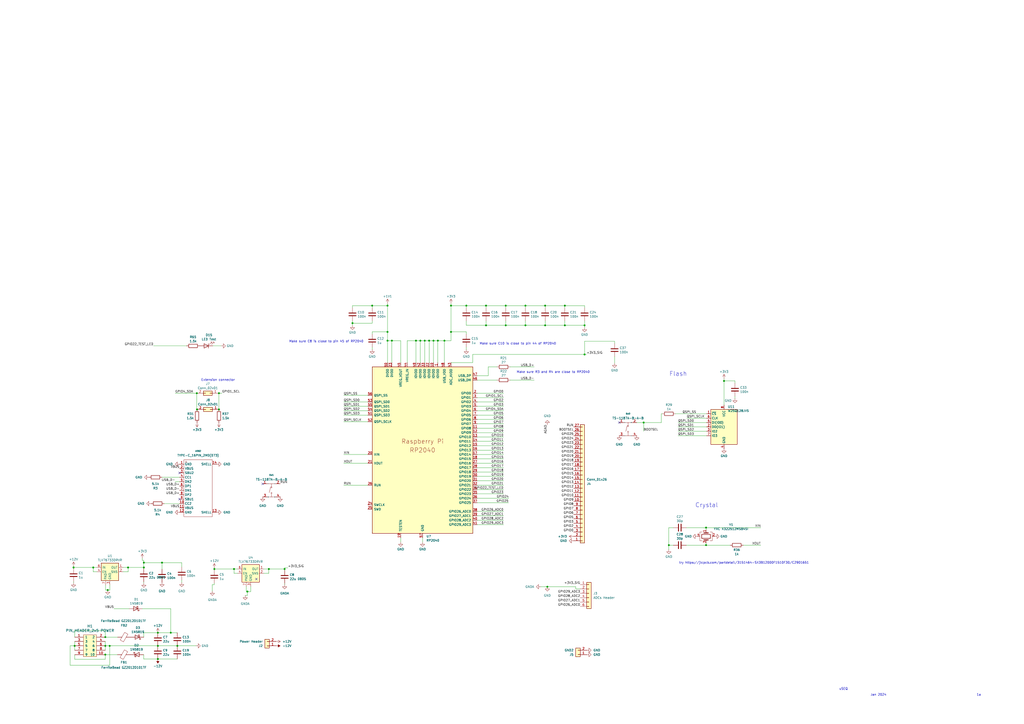
<source format=kicad_sch>
(kicad_sch (version 20231120) (generator "eeschema") (generator_version "8.0")
  (paper "A2")
  (junction (at 61.087 374.65))
  (junction (at 339.09 188.722))
  (junction (at 409.575 306.07))
  (junction (at 387.985 316.23))
  (junction (at 419.989 220.98))
  (junction (at 63.627 374.65))
  (junction (at 224.79 197.612))
  (junction (at 254 197.612))
  (junction (at 248.92 197.612))
  (junction (at 155.956 330.073))
  (junction (at 293.37 188.722))
  (junction (at 62.484 342.265))
  (junction (at 227.33 197.612))
  (junction (at 317.5 340.36))
  (junction (at 83.439 326.39))
  (junction (at 215.9 177.292))
  (junction (at 93.98 326.39))
  (junction (at 293.37 177.292))
  (junction (at 281.94 188.722))
  (junction (at 224.79 177.292))
  (junction (at 114.3 237.49))
  (junction (at 304.8 177.292))
  (junction (at 114.173 228.092))
  (junction (at 124.333 330.073))
  (junction (at 327.66 188.722))
  (junction (at 409.575 316.23))
  (junction (at 74.295 329.184))
  (junction (at 241.3 197.612))
  (junction (at 316.23 177.292))
  (junction (at 83.439 329.184))
  (junction (at 270.51 177.292))
  (junction (at 261.62 177.292))
  (junction (at 127 237.49))
  (junction (at 54.102 329.184))
  (junction (at 102.87 374.65))
  (junction (at 91.567 382.27))
  (junction (at 243.84 197.612))
  (junction (at 135.763 330.073))
  (junction (at 251.46 197.612))
  (junction (at 281.94 177.292))
  (junction (at 261.62 192.532))
  (junction (at 257.81 197.612))
  (junction (at 316.23 188.722))
  (junction (at 43.307 374.65))
  (junction (at 246.38 197.612))
  (junction (at 373.38 245.11))
  (junction (at 165.1 330.073))
  (junction (at 339.09 205.613))
  (junction (at 61.087 369.57))
  (junction (at 42.672 329.184))
  (junction (at 99.06 367.03))
  (junction (at 224.79 192.532))
  (junction (at 91.567 367.03))
  (junction (at 61.087 379.73))
  (junction (at 143.51 343.154))
  (junction (at 204.47 187.452))
  (junction (at 304.8 188.722))
  (junction (at 91.567 374.65))
  (junction (at 327.66 177.292))
  (junction (at 127 228.092))
  (no_connect (at 104.14 274.32))
  (no_connect (at 359.2356 245.11))
  (no_connect (at 148.717 335.915))
  (no_connect (at 104.14 289.56))
  (no_connect (at 152.4 280.67))
  (wire (pts (xy 215.9 178.562) (xy 215.9 177.292)))
  (wire (pts (xy 204.47 178.562) (xy 204.47 177.292)))
  (wire (pts (xy 274.193 210.312) (xy 261.62 210.312)))
  (wire (pts (xy 83.439 369.57) (xy 83.439 367.03)))
  (wire (pts (xy 42.672 329.184) (xy 42.672 329.819)))
  (wire (pts (xy 270.51 177.292) (xy 281.94 177.292)))
  (wire (pts (xy 42.672 337.439) (xy 42.672 338.074)))
  (wire (pts (xy 43.307 382.397) (xy 61.087 382.397)))
  (wire (pts (xy 62.484 342.265) (xy 63.754 342.265)))
  (wire (pts (xy 339.09 188.722) (xy 339.09 189.992)))
  (wire (pts (xy 89.027 200.66) (xy 108.204 200.66)))
  (wire (pts (xy 61.214 339.344) (xy 61.214 342.265)))
  (wire (pts (xy 199.39 238.252) (xy 213.36 238.252)))
  (wire (pts (xy 295.91 220.472) (xy 309.88 220.472)))
  (wire (pts (xy 276.86 258.572) (xy 292.1 258.572)))
  (wire (pts (xy 232.41 210.312) (xy 232.41 197.612)))
  (wire (pts (xy 270.51 193.802) (xy 270.51 192.532)))
  (wire (pts (xy 83.439 329.184) (xy 83.439 329.946)))
  (wire (pts (xy 276.86 243.332) (xy 292.1 243.332)))
  (wire (pts (xy 276.86 253.492) (xy 292.1 253.492)))
  (wire (pts (xy 61.087 369.57) (xy 68.199 369.57)))
  (wire (pts (xy 276.86 230.632) (xy 292.1 230.632)))
  (wire (pts (xy 143.51 343.154) (xy 145.415 343.154)))
  (wire (pts (xy 257.81 210.312) (xy 257.81 197.612)))
  (wire (pts (xy 95.25 292.1) (xy 104.14 292.1)))
  (wire (pts (xy 42.672 329.184) (xy 54.102 329.184)))
  (wire (pts (xy 384.175 240.03) (xy 383.667 240.03)))
  (wire (pts (xy 276.86 276.352) (xy 292.1 276.352)))
  (wire (pts (xy 213.36 281.432) (xy 199.39 281.432)))
  (wire (pts (xy 145.415 343.154) (xy 145.415 340.233)))
  (wire (pts (xy 224.79 176.022) (xy 224.79 177.292)))
  (wire (pts (xy 215.9 177.292) (xy 224.79 177.292)))
  (wire (pts (xy 61.087 374.65) (xy 63.627 374.65)))
  (wire (pts (xy 334.01 341.63) (xy 336.55 341.63)))
  (wire (pts (xy 398.399 242.57) (xy 409.829 242.57)))
  (wire (pts (xy 276.86 304.292) (xy 292.1 304.292)))
  (wire (pts (xy 61.087 372.11) (xy 61.087 374.65)))
  (wire (pts (xy 61.087 382.397) (xy 61.087 379.73)))
  (wire (pts (xy 383.667 240.03) (xy 383.667 245.11)))
  (wire (pts (xy 248.92 197.612) (xy 251.46 197.612)))
  (wire (pts (xy 74.295 329.184) (xy 83.439 329.184)))
  (wire (pts (xy 339.09 205.613) (xy 274.193 205.613)))
  (wire (pts (xy 123.444 200.66) (xy 128.27 200.66)))
  (wire (pts (xy 241.3 210.312) (xy 241.3 197.612)))
  (wire (pts (xy 224.79 197.612) (xy 224.79 210.312)))
  (wire (pts (xy 232.41 197.612) (xy 227.33 197.612)))
  (wire (pts (xy 43.307 372.11) (xy 43.307 374.65)))
  (wire (pts (xy 270.51 186.182) (xy 270.51 188.722)))
  (wire (pts (xy 215.9 193.802) (xy 215.9 192.532)))
  (wire (pts (xy 199.39 233.172) (xy 213.36 233.172)))
  (wire (pts (xy 82.55 353.06) (xy 99.06 353.06)))
  (wire (pts (xy 304.8 178.562) (xy 304.8 177.292)))
  (wire (pts (xy 276.86 271.272) (xy 292.1 271.272)))
  (wire (pts (xy 276.86 238.252) (xy 292.1 238.252)))
  (wire (pts (xy 63.627 374.65) (xy 91.567 374.65)))
  (wire (pts (xy 61.087 374.65) (xy 61.087 377.19)))
  (wire (pts (xy 316.23 178.562) (xy 316.23 177.292)))
  (wire (pts (xy 276.86 245.872) (xy 292.1 245.872)))
  (wire (pts (xy 293.37 188.722) (xy 281.94 188.722)))
  (wire (pts (xy 409.575 316.23) (xy 423.545 316.23)))
  (wire (pts (xy 276.86 263.652) (xy 292.1 263.652)))
  (wire (pts (xy 54.102 331.724) (xy 54.102 329.184)))
  (wire (pts (xy 327.66 186.182) (xy 327.66 188.722)))
  (wire (pts (xy 99.06 367.03) (xy 102.87 367.03)))
  (wire (pts (xy 276.86 250.952) (xy 292.1 250.952)))
  (wire (pts (xy 82.55 325.12) (xy 83.439 325.12)))
  (wire (pts (xy 124.333 330.073) (xy 135.763 330.073)))
  (wire (pts (xy 199.39 235.712) (xy 213.36 235.712)))
  (wire (pts (xy 276.86 261.112) (xy 292.1 261.112)))
  (wire (pts (xy 251.46 210.312) (xy 251.46 197.612)))
  (wire (pts (xy 153.035 330.073) (xy 155.956 330.073)))
  (wire (pts (xy 390.525 306.07) (xy 387.985 306.07)))
  (wire (pts (xy 276.86 286.512) (xy 292.1 286.512)))
  (wire (pts (xy 276.86 291.592) (xy 295.021 291.592)))
  (wire (pts (xy 419.989 219.71) (xy 419.989 220.98)))
  (wire (pts (xy 143.51 345.44) (xy 143.51 343.154)))
  (wire (pts (xy 293.37 178.562) (xy 293.37 177.292)))
  (wire (pts (xy 124.333 339.09) (xy 124.333 338.328)))
  (wire (pts (xy 165.1 329.438) (xy 165.1 330.073)))
  (wire (pts (xy 426.339 222.25) (xy 426.339 220.98)))
  (wire (pts (xy 276.86 281.432) (xy 292.1 281.432)))
  (wire (pts (xy 135.763 332.613) (xy 135.763 330.073)))
  (wire (pts (xy 124.333 330.073) (xy 124.333 330.708)))
  (wire (pts (xy 245.11 311.912) (xy 245.11 314.452)))
  (wire (pts (xy 409.575 314.96) (xy 409.575 316.23)))
  (wire (pts (xy 102.87 374.65) (xy 113.665 374.65)))
  (wire (pts (xy 42.672 328.549) (xy 42.672 329.184)))
  (wire (pts (xy 83.439 326.39) (xy 83.439 329.184)))
  (wire (pts (xy 276.86 278.892) (xy 292.1 278.892)))
  (wire (pts (xy 91.567 382.27) (xy 102.87 382.27)))
  (wire (pts (xy 409.829 252.73) (xy 393.319 252.73)))
  (wire (pts (xy 127 228.092) (xy 126.873 228.092)))
  (wire (pts (xy 243.84 197.612) (xy 246.38 197.612)))
  (wire (pts (xy 82.55 323.85) (xy 82.55 325.12)))
  (wire (pts (xy 261.62 192.532) (xy 261.62 197.612)))
  (wire (pts (xy 339.09 178.562) (xy 339.09 177.292)))
  (wire (pts (xy 63.627 385.826) (xy 63.627 374.65)))
  (wire (pts (xy 40.64 374.65) (xy 40.64 385.826)))
  (wire (pts (xy 43.307 365.76) (xy 61.087 365.76)))
  (wire (pts (xy 254 197.612) (xy 257.81 197.612)))
  (wire (pts (xy 43.307 369.57) (xy 43.307 365.76)))
  (wire (pts (xy 215.9 192.532) (xy 224.79 192.532)))
  (wire (pts (xy 316.23 188.722) (xy 304.8 188.722)))
  (wire (pts (xy 276.86 248.412) (xy 292.1 248.412)))
  (wire (pts (xy 276.86 296.672) (xy 292.1 296.672)))
  (wire (pts (xy 127 228.092) (xy 127 237.49)))
  (wire (pts (xy 327.66 188.722) (xy 316.23 188.722)))
  (wire (pts (xy 83.439 325.12) (xy 83.439 326.39)))
  (wire (pts (xy 142.875 343.154) (xy 143.51 343.154)))
  (wire (pts (xy 409.575 306.07) (xy 441.325 306.07)))
  (wire (pts (xy 246.38 210.312) (xy 246.38 197.612)))
  (wire (pts (xy 155.956 332.613) (xy 155.956 330.073)))
  (wire (pts (xy 251.46 197.612) (xy 254 197.612)))
  (wire (pts (xy 241.3 197.612) (xy 243.84 197.612)))
  (wire (pts (xy 123.19 339.09) (xy 124.333 339.09)))
  (wire (pts (xy 276.86 268.732) (xy 292.1 268.732)))
  (wire (pts (xy 276.86 301.752) (xy 292.1 301.752)))
  (wire (pts (xy 316.23 186.182) (xy 316.23 188.722)))
  (wire (pts (xy 74.295 331.724) (xy 74.295 329.184)))
  (wire (pts (xy 128.778 228.092) (xy 127 228.092)))
  (wire (pts (xy 276.86 220.472) (xy 288.29 220.472)))
  (wire (pts (xy 83.439 337.566) (xy 83.439 338.201)))
  (wire (pts (xy 391.795 240.03) (xy 409.829 240.03)))
  (wire (pts (xy 276.86 289.052) (xy 295.148 289.052)))
  (wire (pts (xy 261.62 177.292) (xy 261.62 192.532)))
  (wire (pts (xy 224.79 192.532) (xy 224.79 197.612)))
  (wire (pts (xy 93.98 326.39) (xy 93.98 330.2)))
  (wire (pts (xy 274.193 205.613) (xy 274.193 210.312)))
  (wire (pts (xy 215.9 187.452) (xy 215.9 186.182)))
  (wire (pts (xy 135.763 330.073) (xy 137.795 330.073)))
  (wire (pts (xy 281.94 188.722) (xy 270.51 188.722)))
  (wire (pts (xy 232.41 311.912) (xy 232.41 314.452)))
  (wire (pts (xy 431.165 316.23) (xy 441.325 316.23)))
  (wire (pts (xy 409.829 245.11) (xy 393.319 245.11)))
  (wire (pts (xy 71.374 329.184) (xy 74.295 329.184)))
  (wire (pts (xy 276.86 299.212) (xy 292.1 299.212)))
  (wire (pts (xy 257.81 197.612) (xy 261.62 197.612)))
  (wire (pts (xy 137.795 332.613) (xy 135.763 332.613)))
  (wire (pts (xy 334.01 340.36) (xy 334.01 341.63)))
  (wire (pts (xy 398.145 306.07) (xy 409.575 306.07)))
  (wire (pts (xy 213.36 244.602) (xy 199.39 244.602)))
  (wire (pts (xy 270.51 201.422) (xy 270.51 202.692)))
  (wire (pts (xy 276.86 256.032) (xy 292.1 256.032)))
  (wire (pts (xy 373.38 245.11) (xy 373.38 250.19)))
  (wire (pts (xy 304.8 186.182) (xy 304.8 188.722)))
  (wire (pts (xy 248.92 210.312) (xy 248.92 197.612)))
  (wire (pts (xy 276.86 273.812) (xy 292.1 273.812)))
  (wire (pts (xy 74.93 353.06) (xy 66.04 353.06)))
  (wire (pts (xy 105.41 326.39) (xy 105.41 328.93)))
  (wire (pts (xy 83.439 367.03) (xy 91.567 367.03)))
  (wire (pts (xy 398.145 316.23) (xy 409.575 316.23)))
  (wire (pts (xy 339.09 205.613) (xy 339.09 197.993)))
  (wire (pts (xy 91.567 367.03) (xy 99.06 367.03)))
  (wire (pts (xy 199.39 263.652) (xy 213.36 263.652)))
  (wire (pts (xy 283.21 212.852) (xy 288.29 212.852)))
  (wire (pts (xy 419.989 220.98) (xy 419.989 234.95)))
  (wire (pts (xy 313.69 340.36) (xy 317.5 340.36)))
  (wire (pts (xy 123.19 339.09) (xy 123.19 342.9)))
  (wire (pts (xy 71.374 331.724) (xy 74.295 331.724)))
  (wire (pts (xy 40.64 385.826) (xy 63.627 385.826)))
  (wire (pts (xy 281.94 178.562) (xy 281.94 177.292)))
  (wire (pts (xy 93.98 276.86) (xy 104.14 276.86)))
  (wire (pts (xy 281.94 186.182) (xy 281.94 188.722)))
  (wire (pts (xy 327.66 178.562) (xy 327.66 177.292)))
  (wire (pts (xy 293.37 177.292) (xy 304.8 177.292)))
  (wire (pts (xy 43.307 374.65) (xy 40.64 374.65)))
  (wire (pts (xy 276.86 283.972) (xy 292.1 283.972)))
  (wire (pts (xy 304.8 177.292) (xy 316.23 177.292)))
  (wire (pts (xy 99.06 353.06) (xy 99.06 367.03)))
  (wire (pts (xy 142.875 340.233) (xy 142.875 343.154)))
  (wire (pts (xy 153.035 332.613) (xy 155.956 332.613)))
  (wire (pts (xy 387.985 306.07) (xy 387.985 316.23)))
  (wire (pts (xy 340.233 205.613) (xy 339.09 205.613)))
  (wire (pts (xy 243.84 210.312) (xy 243.84 197.612)))
  (wire (pts (xy 165.1 338.455) (xy 165.1 339.09)))
  (wire (pts (xy 165.1 329.438) (xy 167.005 329.438)))
  (wire (pts (xy 124.333 329.438) (xy 124.333 330.073)))
  (wire (pts (xy 276.86 235.712) (xy 292.1 235.712)))
  (wire (pts (xy 373.38 245.11) (xy 383.667 245.11)))
  (wire (pts (xy 276.86 228.092) (xy 292.1 228.092)))
  (wire (pts (xy 61.087 365.76) (xy 61.087 369.57)))
  (wire (pts (xy 63.754 342.265) (xy 63.754 339.344)))
  (wire (pts (xy 261.62 192.532) (xy 270.51 192.532)))
  (wire (pts (xy 236.22 210.312) (xy 236.22 197.612)))
  (wire (pts (xy 155.956 330.073) (xy 165.1 330.073)))
  (wire (pts (xy 224.79 177.292) (xy 224.79 192.532)))
  (wire (pts (xy 339.09 197.993) (xy 356.489 197.993)))
  (wire (pts (xy 43.307 379.73) (xy 43.307 382.397)))
  (wire (pts (xy 283.21 212.852) (xy 283.21 217.932)))
  (wire (pts (xy 409.829 250.19) (xy 393.319 250.19)))
  (wire (pts (xy 317.5 340.36) (xy 334.01 340.36)))
  (wire (pts (xy 356.489 206.883) (xy 356.489 210.693)))
  (wire (pts (xy 316.23 177.292) (xy 327.66 177.292)))
  (wire (pts (xy 61.214 342.265) (xy 62.484 342.265)))
  (wire (pts (xy 83.312 379.73) (xy 83.312 382.27)))
  (wire (pts (xy 339.09 186.182) (xy 339.09 188.722)))
  (wire (pts (xy 204.47 186.182) (xy 204.47 187.452)))
  (wire (pts (xy 83.312 382.27) (xy 91.567 382.27)))
  (wire (pts (xy 426.339 220.98) (xy 419.989 220.98)))
  (wire (pts (xy 204.47 187.452) (xy 204.47 188.722)))
  (wire (pts (xy 293.37 186.182) (xy 293.37 188.722)))
  (wire (pts (xy 105.41 337.82) (xy 105.41 336.55)))
  (wire (pts (xy 215.9 201.422) (xy 215.9 202.692)))
  (wire (pts (xy 227.33 210.312) (xy 227.33 197.612)))
  (wire (pts (xy 276.86 266.192) (xy 292.1 266.192)))
  (wire (pts (xy 114.173 228.092) (xy 114.173 237.49)))
  (wire (pts (xy 327.66 188.722) (xy 339.09 188.722)))
  (wire (pts (xy 204.47 177.292) (xy 215.9 177.292)))
  (wire (pts (xy 165.1 330.073) (xy 165.1 330.835)))
  (wire (pts (xy 204.47 187.452) (xy 215.9 187.452)))
  (wire (pts (xy 213.36 229.362) (xy 199.39 229.362)))
  (wire (pts (xy 409.575 307.34) (xy 409.575 306.07)))
  (wire (pts (xy 43.307 374.65) (xy 43.307 377.19)))
  (wire (pts (xy 426.339 229.87) (xy 426.339 231.14)))
  (wire (pts (xy 356.489 199.263) (xy 356.489 197.993)))
  (wire (pts (xy 213.36 268.732) (xy 199.39 268.732)))
  (wire (pts (xy 93.98 326.39) (xy 83.439 326.39)))
  (wire (pts (xy 227.33 197.612) (xy 224.79 197.612)))
  (wire (pts (xy 56.134 331.724) (xy 54.102 331.724)))
  (wire (pts (xy 261.62 176.022) (xy 261.62 177.292)))
  (wire (pts (xy 101.6 279.4) (xy 104.14 279.4)))
  (wire (pts (xy 387.985 316.23) (xy 387.985 318.77)))
  (wire (pts (xy 246.38 197.612) (xy 248.92 197.612)))
  (wire (pts (xy 409.829 247.65) (xy 393.319 247.65)))
  (wire (pts (xy 61.087 379.73) (xy 68.072 379.73)))
  (wire (pts (xy 276.86 217.932) (xy 283.21 217.932)))
  (wire (pts (xy 236.22 197.612) (xy 241.3 197.612)))
  (wire (pts (xy 261.62 177.292) (xy 270.51 177.292)))
  (wire (pts (xy 254 197.612) (xy 254 210.312)))
  (wire (pts (xy 199.39 240.792) (xy 213.36 240.792)))
  (wire (pts (xy 276.86 240.792) (xy 292.1 240.792)))
  (wire (pts (xy 114.173 237.49) (xy 114.3 237.49)))
  (wire (pts (xy 276.86 233.172) (xy 292.1 233.172)))
  (wire (pts (xy 143.51 345.44) (xy 142.24 345.44)))
  (wire (pts (xy 91.567 374.65) (xy 102.87 374.65)))
  (wire (pts (xy 101.6286 228.092) (xy 114.173 228.092)))
  (wire (pts (xy 369.3956 245.11) (xy 373.38 245.11)))
  (wire (pts (xy 281.94 177.292) (xy 293.37 177.292)))
  (wire (pts (xy 390.525 316.23) (xy 387.985 316.23)))
  (wire (pts (xy 93.98 326.39) (xy 105.41 326.39)))
  (wire (pts (xy 327.66 177.292) (xy 339.09 177.292)))
  (wire (pts (xy 54.102 329.184) (xy 56.134 329.184)))
  (wire (pts (xy 295.91 212.852) (xy 309.88 212.852)))
  (wire (pts (xy 304.8 188.722) (xy 293.37 188.722)))
  (wire (pts (xy 270.51 178.562) (xy 270.51 177.292)))
  (text "Crystal" (at 403.225 294.64 0) (effects (font (size 2.54 2.54)) (justify left bottom)))
  (text "Extension connector" (at 116.713 221.234 0) (effects (font (size 1.27 1.27)) (justify left bottom)))
  (text "Make sure R3 and R4 are close to RP2040" (at 299.72 216.662 0) (effects (font (size 1.27 1.27)) (justify left bottom)))
  (text "Flash" (at 388.239 218.44 0) (effects (font (size 2.54 2.54)) (justify left bottom)))
  (text "Make sure C10 is close to pin 44 of RP2040" (at 278.13 200.152 0) (effects (font (size 1.27 1.27)) (justify left bottom)))
  (text "Make sure C8 is close to pin 45 of RP2040" (at 167.64 198.882 0) (effects (font (size 1.27 1.27)) (justify left bottom)))
  (text "try https://jlcpcb.com/partdetail/3151464-SX3B12000F1510F30/C2901651" (at 393.954 327.279 0) (effects (font (size 1.27 1.27)) (justify left bottom)))
  (text "Jan 2024" (at 504.952 403.86 0) (effects (font (size 1.27 1.27)) (justify left bottom)))
  (text "uSEQ" (at 486.791 400.431 0) (effects (font (size 1.27 1.27)) (justify left bottom)))
  (text "1a" (at 566.547 403.86 0) (effects (font (size 1.27 1.27)) (justify left bottom)))
  (label "GPIO1_SCL" (at 292.1 230.632 180))
  (label "GPIO27_ADC1" (at 292.1 299.212 180))
  (label "QSPI_SCLK" (at 199.39 244.602 0))
  (label "GPIO28_ADC2" (at 292.1 301.752 180))
  (label "GPIO9" (at 292.1 250.952 180))
  (label "GPIO8" (at 332.74 293.37 180))
  (label "GPIO22_TEST_LED" (at 89.027 200.66 180))
  (label "GPIO11" (at 292.1 256.032 180))
  (label "GPIO12" (at 332.74 283.21 180))
  (label "RUN" (at 162.56 280.67 0))
  (label "GPIO21" (at 292.1 281.432 180))
  (label "+3V3_SIG" (at 340.233 205.613 0))
  (label "GPIO23" (at 292.1 286.512 180))
  (label "GPIO15" (at 292.1 266.192 180))
  (label "GPIO9" (at 332.74 290.83 180))
  (label "BOOTSEL" (at 373.38 250.19 0))
  (label "GPIO14" (at 292.1 263.652 180))
  (label "QSPI_SD3" (at 393.319 252.73 0))
  (label "XIN" (at 199.39 263.652 0))
  (label "GPIO18" (at 332.74 267.97 180))
  (label "GPIO13" (at 332.74 280.67 180))
  (label "QSPI_SD2" (at 199.39 238.252 0))
  (label "GPIO28_ADC2" (at 336.55 346.71 180))
  (label "GPIO5" (at 292.1 240.792 180))
  (label "GPIO14" (at 332.74 278.13 180))
  (label "GPIO2" (at 332.74 306.07 180))
  (label "GPIO26_ADC0" (at 292.1 296.672 180))
  (label "RUN" (at 199.39 281.432 0))
  (label "GPIO1_SCL" (at 128.778 228.092 0))
  (label "USB_D+" (at 104.14 281.94 180) (property "Netclass" "diif_usb" (effects (hide yes))))
  (label "BOOTSEL" (at 332.74 250.19 180))
  (label "GPIO5" (at 332.74 300.99 180))
  (label "QSPI_SD0" (at 199.39 233.172 0))
  (label "GPIO2" (at 292.1 233.172 180))
  (label "GPIO13" (at 292.1 261.112 180))
  (label "GPIO20" (at 292.1 278.892 180))
  (label "GPIO0" (at 332.74 308.61 180))
  (label "GPIO3" (at 292.1 235.712 180))
  (label "GPIO3" (at 332.74 303.53 180))
  (label "USB_D+" (at 104.14 287.02 180) (property "Netclass" "diif_usb" (effects (hide yes))))
  (label "GPIO29_ADC3" (at 292.1 304.292 180))
  (label "USB_D-" (at 104.14 284.48 180) (property "Netclass" "diif_usb" (effects (hide yes))))
  (label "GPIO21" (at 332.74 260.35 180))
  (label "GPIO22_TEST_LED" (at 292.1 283.972 180))
  (label "GPIO8" (at 292.1 248.412 180))
  (label "GPIO4_SDA" (at 292.1 238.252 180))
  (label "GPIO23" (at 332.74 257.81 180))
  (label "GPIO27_ADC1" (at 336.55 349.25 180))
  (label "QSPI_SCLK" (at 398.399 242.57 0))
  (label "GPIO11" (at 332.74 285.75 180))
  (label "GPIO7" (at 332.74 295.91 180))
  (label "GPIO26_ADC0" (at 336.55 351.79 180))
  (label "GPIO6" (at 292.1 243.332 180))
  (label "XIN" (at 441.325 306.07 180))
  (label "GPIO18" (at 292.1 273.812 180))
  (label "GPIO24" (at 295.148 289.052 180))
  (label "GPIO20" (at 332.74 262.89 180))
  (label "GPIO16" (at 292.1 268.732 180))
  (label "GPIO24" (at 332.74 255.27 180))
  (label "VBUS" (at 104.14 271.78 180))
  (label "QSPI_SD2" (at 393.319 250.19 0))
  (label "AGND" (at 317.5 246.38 270))
  (label "GPIO17" (at 332.74 270.51 180))
  (label "GPIO12" (at 292.1 258.572 180))
  (label "QSPI_SD0" (at 393.319 245.11 0))
  (label "GPIO25" (at 332.74 252.73 180))
  (label "GPIO16" (at 332.74 273.05 180))
  (label "VBUS" (at 104.14 294.64 180))
  (label "GPIO19" (at 332.74 265.43 180))
  (label "GPIO19" (at 292.1 276.352 180))
  (label "GPIO10" (at 292.1 253.492 180))
  (label "+3V3_SIG" (at 167.005 329.438 0))
  (label "QSPI_SD1" (at 393.319 247.65 0))
  (label "GPIO7" (at 292.1 245.872 180))
  (label "GPIO0" (at 292.1 228.092 180))
  (label "GPIO6" (at 332.74 298.45 180))
  (label "GPIO17" (at 292.1 271.272 180))
  (label "GPIO15" (at 332.74 275.59 180))
  (label "QSPI_SD1" (at 199.39 235.712 0))
  (label "GPIO10" (at 332.74 288.29 180))
  (label "+3V3_SIG" (at 336.55 339.09 180))
  (label "USB_D+" (at 309.88 212.852 180))
  (label "QSPI_SS" (at 199.39 229.362 0))
  (label "GPIO29_ADC3" (at 336.55 344.17 180))
  (label "USB_D-" (at 101.6 279.4 180) (property "Netclass" "diif_usb" (effects (hide yes))))
  (label "GPIO25" (at 295.021 291.592 180))
  (label "USB_D-" (at 309.88 220.472 180))
  (label "XOUT" (at 199.39 268.732 0))
  (label "XOUT" (at 441.325 316.23 180))
  (label "GPIO4_SDA" (at 101.6286 228.092 0))
  (label "VBUS" (at 66.04 353.06 180))
  (label "RUN" (at 332.74 247.65 180))
  (label "QSPI_SS" (at 395.859 240.03 0))
  (label "QSPI_SD3" (at 199.39 240.792 0))
  (symbol (lib_id "Device:FerriteBead") (at 72.009 369.57 90) (unit 1)
    (property "Reference" "FB2" (at 71.9582 362.7841 90))
    (property "Value" "FerriteBead GZ2012D101TF" (at 71.628 360.172 90))
    (property "Footprint" "Resistor_SMD:R_0805_2012Metric" (effects (hide yes)))
  )
  (symbol (lib_name "GND_3") (lib_id "power:GND") (at 86.36 276.86 270) (unit 1)
    (property "Reference" "#PWR018" (effects (hide yes)))
    (property "Value" "GND" (at 82.55 276.8601 90) (effects (justify right)))
    (property "Description" "Power symbol creates a global label with name \"GND\" , ground" (effects (hide yes)))
  )
  (symbol (lib_id "power:GND") (at 232.41 314.452 0) (unit 1)
    (property "Reference" "#PWR042" (effects (hide yes)))
    (property "Value" "GND" (at 232.41 318.5851 0))
  )
  (symbol (lib_id "power:+3V3") (at 419.989 219.71 0) (unit 1)
    (property "Reference" "#PWR072" (effects (hide yes)))
    (property "Value" "+3V3" (at 419.989 215.5769 0))
  )
  (symbol (lib_id "Diode:1N5818") (at 79.502 379.73 0) (unit 1)
    (property "Reference" "D2" (at 79.1845 374.3157 0))
    (property "Value" "1N5819" (at 79.1845 376.7399 0))
    (property "Footprint" "Diode_SMD:D_SOD-323" (effects (hide yes)))
    (property "Datasheet" "http://www.vishay.com/docs/88525/1n5817.pdf" (effects (hide yes)))
  )
  (symbol (lib_id "Device:C") (at 270.51 197.612 0) (unit 1)
    (property "Reference" "C15" (at 273.431 196.3999 0) (effects (justify left)))
    (property "Value" "1u" (at 273.431 198.8241 0) (effects (justify left)))
    (property "Footprint" "Capacitor_SMD:C_0402_1005Metric" (effects (hide yes)))
  )
  (symbol (lib_name "GND_4") (lib_id "power:GND") (at 152.4 288.29 0) (unit 1)
    (property "Reference" "#PWR015" (effects (hide yes)))
    (property "Value" "GND" (at 152.4 293.37 0))
    (property "Description" "Power symbol creates a global label with name \"GND\" , ground" (effects (hide yes)))
  )
  (symbol (lib_name "GND_5") (lib_id "power:GND") (at 162.56 288.29 0) (unit 1)
    (property "Reference" "#PWR016" (effects (hide yes)))
    (property "Value" "GND" (at 162.56 293.37 0))
    (property "Description" "Power symbol creates a global label with name \"GND\" , ground" (effects (hide yes)))
  )
  (symbol (lib_name "GND_6") (lib_id "power:GND") (at 317.5 340.36 0) (unit 1)
    (property "Reference" "#PWR034" (effects (hide yes)))
    (property "Value" "GND" (at 317.5 345.44 0))
    (property "Description" "Power symbol creates a global label with name \"GND\" , ground" (effects (hide yes)))
  )
  (symbol (lib_id "power:+12V") (at 124.333 329.438 0) (unit 1)
    (property "Reference" "#PWR028" (effects (hide yes)))
    (property "Value" "+12V" (at 124.333 325.3049 0))
  )
  (symbol (lib_id "Device:R") (at 90.17 276.86 270) (unit 1)
    (property "Reference" "R3" (at 90.17 283.21 90))
    (property "Value" "5.1k" (at 90.17 280.67 90))
    (property "Footprint" "Resistor_SMD:R_0402_1005Metric" (effects (hide yes)))
  )
  (symbol (lib_id "Device:C") (at 204.47 182.372 0) (unit 1)
    (property "Reference" "C10" (at 207.391 181.1599 0) (effects (justify left)))
    (property "Value" "100n" (at 207.391 183.5841 0) (effects (justify left)))
    (property "Footprint" "Capacitor_SMD:C_0402_1005Metric" (effects (hide yes)))
  )
  (symbol (lib_id "power:GND") (at 270.51 202.692 0) (unit 1)
    (property "Reference" "#PWR046" (effects (hide yes)))
    (property "Value" "GND" (at 270.51 206.8251 0))
  )
  (symbol (lib_id "power:-12V") (at 91.567 382.27 180) (unit 1)
    (property "Reference" "#PWR036" (effects (hide yes)))
    (property "Value" "-12V" (at 91.567 386.4031 0))
  )
  (symbol (lib_id "Device:C") (at 394.335 316.23 270) (unit 1)
    (property "Reference" "C28" (at 394.335 309.9267 90))
    (property "Value" "30p" (at 394.335 312.3509 90))
    (property "Footprint" "Capacitor_SMD:C_0402_1005Metric" (effects (hide yes)))
  )
  (symbol (lib_id "power:GND") (at 105.41 337.82 0) (unit 1)
    (property "Reference" "#PWR029" (effects (hide yes)))
    (property "Value" "GND" (at 105.41 342.9 0))
  )
  (symbol (lib_id "Connector_Generic:Conn_01x06") (at 341.63 344.17 0) (unit 1)
    (property "Reference" "J3" (at 344.17 344.1699 0) (effects (justify left)))
    (property "Value" "ADCs Header" (at 344.17 346.7099 0) (effects (justify left)))
    (property "Footprint" "Connector_PinHeader_2.54mm:PinHeader_1x06_P2.54mm_Vertical" (effects (hide yes)))
    (property "Description" "Generic connector, single row, 01x06, script generated (kicad-library-utils/schlib/autogen/connector/)" (effects (hide yes)))
  )
  (symbol (lib_id "power:+12V") (at 91.567 367.03 0) (unit 1)
    (property "Reference" "#PWR035" (effects (hide yes)))
    (property "Value" "+12V" (at 91.567 362.8969 0))
  )
  (symbol (lib_id "Device:R") (at 387.985 240.03 270) (unit 1)
    (property "Reference" "R29" (at 387.985 234.8697 90))
    (property "Value" "1k" (at 387.985 237.2939 90))
    (property "Footprint" "Resistor_SMD:R_0402_1005Metric" (effects (hide yes)))
  )
  (symbol (lib_id "Device:C") (at 394.335 306.07 270) (unit 1)
    (property "Reference" "C27" (at 394.335 299.7667 90))
    (property "Value" "30p" (at 394.335 302.1909 90))
    (property "Footprint" "Capacitor_SMD:C_0402_1005Metric" (effects (hide yes)))
  )
  (symbol (lib_id "Device:C") (at 42.672 333.629 0) (unit 1)
    (property "Reference" "C1" (at 45.593 332.4169 0) (effects (justify left)))
    (property "Value" "1u" (at 45.593 334.8411 0) (effects (justify left)))
    (property "Footprint" "Capacitor_SMD:C_0603_1608Metric_Pad1.08x0.95mm_HandSolder" (effects (hide yes)))
  )
  (symbol (lib_id "Memory_Flash:W25Q128JVS") (at 419.989 247.65 0) (unit 1)
    (property "Reference" "U11" (at 422.1831 235.8857 0) (effects (justify left)))
    (property "Value" "W25Q128JVS" (at 422.1831 238.3099 0) (effects (justify left)))
    (property "Footprint" "Package_SO:SOIC-8_5.23x5.23mm_P1.27mm" (effects (hide yes)))
    (property "Datasheet" "http://www.winbond.com/resource-files/w25q128jv_dtr%20revc%2003272018%20plus.pdf" (effects (hide yes)))
  )
  (symbol (lib_id "power:GND") (at 414.655 311.15 90) (unit 1)
    (property "Reference" "#PWR0103" (effects (hide yes)))
    (property "Value" "GND" (at 417.83 311.15 90) (effects (justify right)))
  )
  (symbol (lib_id "Device:C") (at 327.66 182.372 0) (unit 1)
    (property "Reference" "C21" (at 330.581 181.1599 0) (effects (justify left)))
    (property "Value" "100n" (at 330.581 183.5841 0) (effects (justify left)))
    (property "Footprint" "Capacitor_SMD:C_0402_1005Metric" (effects (hide yes)))
  )
  (symbol (lib_name "GND_5") (lib_id "power:GND") (at 369.3956 252.73 0) (unit 1)
    (property "Reference" "#PWR025" (effects (hide yes)))
    (property "Value" "GND" (at 369.3956 257.81 0))
    (property "Description" "Power symbol creates a global label with name \"GND\" , ground" (effects (hide yes)))
  )
  (symbol (lib_id "power:-12V") (at 160.02 374.65 270) (unit 1)
    (property "Reference" "#PWR02" (effects (hide yes)))
    (property "Value" "-12V" (at 163.83 374.6499 90) (effects (justify left)))
    (property "Description" "Power symbol creates a global label with name \"-12V\"" (effects (hide yes)))
  )
  (symbol (lib_id "Regulator_Linear:TLV76733DRVx") (at 145.415 332.613 0) (unit 1)
    (property "Reference" "U4" (at 145.415 323.3887 0))
    (property "Value" "TLV76733DRVR" (at 145.415 325.8129 0))
    (property "Footprint" "Package_SON:WSON-6-1EP_2x2mm_P0.65mm_EP1x1.6mm_ThermalVias" (effects (hide yes)))
    (property "Datasheet" "www.ti.com/lit/gpn/TLV767" (effects (hide yes)))
    (property "Link" "https://jlcpcb.com/partdetail/TexasInstruments-TLV76733DRVR/C2848334" (effects (hide yes)))
  )
  (symbol (lib_id "power:GND") (at 215.9 202.692 0) (unit 1)
    (property "Reference" "#PWR039" (effects (hide yes)))
    (property "Value" "GND" (at 215.9 206.8251 0))
  )
  (symbol (lib_id "power:GND") (at 426.339 231.14 0) (unit 1)
    (property "Reference" "#PWR077" (effects (hide yes)))
    (property "Value" "GND" (at 424.4341 232.41 0) (effects (justify right)))
  )
  (symbol (lib_id "Device:C") (at 83.439 333.756 0) (mirror y) (unit 1)
    (property "Reference" "C2" (at 86.36 332.5439 0) (effects (justify right)))
    (property "Value" "22u 0805 " (at 86.36 334.9681 0) (effects (justify right)))
    (property "Footprint" "Capacitor_SMD:C_0805_2012Metric_Pad1.18x1.45mm_HandSolder" (effects (hide yes)))
  )
  (symbol (lib_id "Device:C") (at 93.98 334.01 0) (unit 1)
    (property "Reference" "C4" (at 96.901 332.7979 0) (effects (justify left)))
    (property "Value" "100n" (at 96.901 335.2221 0) (effects (justify left)))
    (property "Footprint" "Capacitor_SMD:C_0402_1005Metric" (effects (hide yes)))
  )
  (symbol (lib_id "Device:C") (at 281.94 182.372 0) (unit 1)
    (property "Reference" "C16" (at 284.861 181.1599 0) (effects (justify left)))
    (property "Value" "100n" (at 284.861 183.5841 0) (effects (justify left)))
    (property "Footprint" "Capacitor_SMD:C_0402_1005Metric" (effects (hide yes)))
  )
  (symbol (lib_id "Device:FerriteBead") (at 71.882 379.73 90) (unit 1)
    (property "Reference" "FB1" (at 71.882 384.175 90))
    (property "Value" "FerriteBead GZ2012D101TF" (at 71.882 387.223 90))
    (property "Footprint" "Resistor_SMD:R_0805_2012Metric" (effects (hide yes)))
  )
  (symbol (lib_id "power:GNDA") (at 313.69 340.36 270) (unit 1)
    (property "Reference" "#PWR033" (effects (hide yes)))
    (property "Value" "GNDA" (at 309.88 340.3599 90) (effects (justify right)))
    (property "Description" "Power symbol creates a global label with name \"GNDA\" , analog ground" (effects (hide yes)))
  )
  (symbol (lib_name "GND_3") (lib_id "power:GND") (at 125.73 269.24 90) (unit 1)
    (property "Reference" "#PWR024" (effects (hide yes)))
    (property "Value" "GND" (at 129.54 269.2399 90) (effects (justify right)))
    (property "Description" "Power symbol creates a global label with name \"GND\" , ground" (effects (hide yes)))
  )
  (symbol (lib_id "Device:C") (at 102.87 370.84 0) (unit 1)
    (property "Reference" "C13" (at 105.791 369.6279 0) (effects (justify left)))
    (property "Value" "100n" (at 105.791 372.0521 0) (effects (justify left)))
    (property "Footprint" "Capacitor_SMD:C_0603_1608Metric" (effects (hide yes)))
  )
  (symbol (lib_id "power:GND") (at 83.439 338.201 0) (unit 1)
    (property "Reference" "#PWR020" (effects (hide yes)))
    (property "Value" "GND" (at 83.439 342.3341 0))
  )
  (symbol (lib_name "+12V_1") (lib_id "power:+12V") (at 160.02 372.11 270) (unit 1)
    (property "Reference" "#PWR03" (effects (hide yes)))
    (property "Value" "+12V" (at 163.83 372.1099 90) (effects (justify left)))
    (property "Description" "Power symbol creates a global label with name \"+12V\"" (effects (hide yes)))
  )
  (symbol (lib_id "power:+3V3") (at 261.62 176.022 0) (unit 1)
    (property "Reference" "#PWR045" (effects (hide yes)))
    (property "Value" "+3V3" (at 261.62 171.8889 0))
  )
  (symbol (lib_id "power:GND") (at 356.489 210.693 0) (unit 1)
    (property "Reference" "#PWR0104" (effects (hide yes)))
    (property "Value" "GND" (at 356.489 214.8261 0))
  )
  (symbol (lib_id "power:GND") (at 419.989 260.35 0) (unit 1)
    (property "Reference" "#PWR073" (effects (hide yes)))
    (property "Value" "GND" (at 419.989 264.4831 0))
  )
  (symbol (lib_id "Regulator_Linear:TLV76733DRVx") (at 63.754 331.724 0) (unit 1)
    (property "Reference" "U1" (at 63.754 322.4997 0))
    (property "Value" "TLV76733DRVR" (at 63.754 324.9239 0))
    (property "Footprint" "Package_SON:WSON-6-1EP_2x2mm_P0.65mm_EP1x1.6mm_ThermalVias" (effects (hide yes)))
    (property "Datasheet" "www.ti.com/lit/gpn/TLV767" (effects (hide yes)))
    (property "Link" "https://jlcpcb.com/partdetail/TexasInstruments-TLV76733DRVR/C2848334" (effects (hide yes)))
  )
  (symbol (lib_id "power:+3V3") (at 114.3 245.11 180) (unit 1)
    (property "Reference" "#PWR058" (effects (hide yes)))
    (property "Value" "+3V3" (at 114.3 249.2431 0))
  )
  (symbol (lib_id "Connector_Generic:Conn_01x27") (at 337.82 280.67 0) (mirror x) (unit 1)
    (property "Reference" "J4" (at 340.36 280.6701 0) (effects (justify left)))
    (property "Value" "Conn_01x26" (at 340.36 278.1301 0) (effects (justify left)))
    (property "Footprint" "Connector_PinHeader_2.54mm:PinHeader_1x27_P2.54mm_Vertical" (effects (hide yes)))
    (property "Description" "Generic connector, single row, 01x27, script generated (kicad-library-utils/schlib/autogen/connector/)" (effects (hide yes)))
  )
  (symbol (lib_name "GND_4") (lib_id "power:GND") (at 359.2356 252.73 0) (unit 1)
    (property "Reference" "#PWR01" (effects (hide yes)))
    (property "Value" "GND" (at 359.2356 257.81 0))
    (property "Description" "Power symbol creates a global label with name \"GND\" , ground" (effects (hide yes)))
  )
  (symbol (lib_id "Diode:1N5818") (at 78.74 353.06 180) (unit 1)
    (property "Reference" "D1" (at 79.0575 347.6457 0))
    (property "Value" "1N5819" (at 79.0575 350.0699 0))
    (property "Footprint" "Diode_SMD:D_SOD-323" (effects (hide yes)))
    (property "Datasheet" "http://www.vishay.com/docs/88525/1n5817.pdf" (effects (hide yes)))
  )
  (symbol (lib_name "GND_3") (lib_id "power:GND") (at 125.73 297.18 90) (unit 1)
    (property "Reference" "#PWR023" (effects (hide yes)))
    (property "Value" "GND" (at 129.54 297.1799 90) (effects (justify right)))
    (property "Description" "Power symbol creates a global label with name \"GND\" , ground" (effects (hide yes)))
  )
  (symbol (lib_id "power:GND") (at 113.665 374.65 90) (unit 1)
    (property "Reference" "#PWR038" (effects (hide yes)))
    (property "Value" "GND" (at 116.84 374.65 90) (effects (justify right)))
  )
  (symbol (lib_id "power:GND") (at 42.672 338.074 0) (unit 1)
    (property "Reference" "#PWR06" (effects (hide yes)))
    (property "Value" "GND" (at 42.672 342.2071 0))
  )
  (symbol (lib_name "GND_1") (lib_id "power:GND") (at 340.36 377.19 90) (unit 1)
    (property "Reference" "#PWR011" (effects (hide yes)))
    (property "Value" "GND" (at 344.17 377.1901 90) (effects (justify right)))
    (property "Description" "Power symbol creates a global label with name \"GND\" , ground" (effects (hide yes)))
  )
  (symbol (lib_id "Device:C") (at 316.23 182.372 0) (unit 1)
    (property "Reference" "C20" (at 319.151 181.1599 0) (effects (justify left)))
    (property "Value" "100n" (at 319.151 183.5841 0) (effects (justify left)))
    (property "Footprint" "Capacitor_SMD:C_0402_1005Metric" (effects (hide yes)))
  )
  (symbol (lib_id "eurocad:PIN_HEADER_2x5") (at 52.197 374.65 0) (unit 1)
    (property "Reference" "H1" (at 52.197 363.22 0) (effects (font (size 1.524 1.524))))
    (property "Value" "PIN_HEADER_2x5 POWER" (at 52.197 365.76 0) (effects (font (size 1.524 1.524))))
    (property "Footprint" "Connector_PinHeader_2.54mm:PinHeader_2x05_P2.54mm_Vertical_SMD" (effects (hide yes)))
  )
  (symbol (lib_name "GND_1") (lib_id "power:GND") (at 317.5 246.38 180) (unit 1)
    (property "Reference" "#PWR08" (effects (hide yes)))
    (property "Value" "GND" (at 317.5 241.3 0))
    (property "Description" "Power symbol creates a global label with name \"GND\" , ground" (effects (hide yes)))
  )
  (symbol (lib_id "Device:C") (at 339.09 182.372 0) (unit 1)
    (property "Reference" "C24" (at 342.011 181.1599 0) (effects (justify left)))
    (property "Value" "100n" (at 342.011 183.5841 0) (effects (justify left)))
    (property "Footprint" "Capacitor_SMD:C_0402_1005Metric" (effects (hide yes)))
  )
  (symbol (lib_id "Device:C") (at 105.41 332.74 0) (unit 1)
    (property "Reference" "C6" (at 108.331 331.5279 0) (effects (justify left)))
    (property "Value" "100n" (at 108.331 333.9521 0) (effects (justify left)))
    (property "Footprint" "Capacitor_SMD:C_0402_1005Metric" (effects (hide yes)))
  )
  (symbol (lib_id "Device:C") (at 124.333 334.518 0) (unit 1)
    (property "Reference" "C5" (at 127.254 333.3059 0) (effects (justify left)))
    (property "Value" "1u" (at 127.254 335.7301 0) (effects (justify left)))
    (property "Footprint" "Capacitor_SMD:C_0603_1608Metric_Pad1.08x0.95mm_HandSolder" (effects (hide yes)))
  )
  (symbol (lib_id "power:GND") (at 93.98 337.82 0) (unit 1)
    (property "Reference" "#PWR026" (effects (hide yes)))
    (property "Value" "GND" (at 93.98 342.9 0))
  )
  (symbol (lib_name "GND_3") (lib_id "power:GND") (at 104.14 269.24 270) (unit 1)
    (property "Reference" "#PWR017" (effects (hide yes)))
    (property "Value" "GND" (at 100.33 269.2399 90) (effects (justify right)))
    (property "Description" "Power symbol creates a global label with name \"GND\" , ground" (effects (hide yes)))
  )
  (symbol (lib_id "Device:R") (at 292.1 220.472 270) (unit 1)
    (property "Reference" "R22" (at 292.1 215.3117 90))
    (property "Value" "27" (at 292.1 217.7359 90))
    (property "Footprint" "Capacitor_SMD:C_0402_1005Metric" (effects (hide yes)))
  )
  (symbol (lib_id "emutelab:TS-1187A-B-A-B") (at 364.3156 247.65 0) (unit 1)
    (property "Reference" "SW2" (at 364.3156 240.03 0) (effects (font (size 0.8382 0.8382))))
    (property "Value" "TS-1187A-B-A-B" (at 364.3156 242.57 0))
    (property "Footprint" "emutelab:SW-SMD_4P-L5.1-W5.1-P3.70-LS6.5-TL-2" (effects (hide yes)))
    (property "Datasheet" "https://atta.szlcsc.com/upload/public/pdf/source/20200227/C318890_053E50208A88A7BA1965D8746000774E.pdf" (effects (hide yes)))
    (property "Description" "Circuit:SPST Actuator Style:Round Button Operating Force:160gf Mounting Style:Brick nogging Switch Length:5.1mm Switch Width:5.1mm Switch Height:1.5mm Strike Gundam:不带 Contact Current:50mA Voltage Rating (DC):12V Insulation Resistance:- Actuator/Cap Color" (effects (hide yes)))
    (property "Manufacturer Part" "TS-1187A-B-A-B" (effects (hide yes)))
    (property "Manufacturer" "XKB Connectivity(中国星坤)" (effects (hide yes)))
    (property "Supplier Part" "C318884" (effects (hide yes)))
    (property "Supplier" "LCSC" (effects (hide yes)))
    (property "LCSC Part Name" "5.1*5.1*1.5mm 立贴 轻触开关" (effects (hide yes)))
  )
  (symbol (lib_name "GND_2") (lib_id "power:GND") (at 332.74 313.69 270) (mirror x) (unit 1)
    (property "Reference" "#PWR07" (effects (hide yes)))
    (property "Value" "GND" (at 328.93 313.6901 90) (effects (justify right)))
    (property "Description" "Power symbol creates a global label with name \"GND\" , ground" (effects (hide yes)))
  )
  (symbol (lib_id "Device:LED") (at 119.634 200.66 180) (unit 1)
    (property "Reference" "D15" (at 121.2215 194.3567 0))
    (property "Value" "LED Test" (at 121.2215 196.7809 0))
    (property "Footprint" "LED_SMD:LED_0603_1608Metric" (effects (hide yes)))
  )
  (symbol (lib_id "emutelab:TS-1187A-B-A-B") (at 157.48 283.21 0) (unit 1)
    (property "Reference" "SW1" (at 157.48 275.59 0) (effects (font (size 0.8382 0.8382))))
    (property "Value" "TS-1187A-B-A-B" (at 157.48 278.13 0))
    (property "Footprint" "emutelab:SW-SMD_4P-L5.1-W5.1-P3.70-LS6.5-TL-2" (effects (hide yes)))
    (property "Datasheet" "https://atta.szlcsc.com/upload/public/pdf/source/20200227/C318890_053E50208A88A7BA1965D8746000774E.pdf" (effects (hide yes)))
    (property "Description" "Circuit:SPST Actuator Style:Round Button Operating Force:160gf Mounting Style:Brick nogging Switch Length:5.1mm Switch Width:5.1mm Switch Height:1.5mm Strike Gundam:不带 Contact Current:50mA Voltage Rating (DC):12V Insulation Resistance:- Actuator/Cap Color" (effects (hide yes)))
    (property "Manufacturer Part" "TS-1187A-B-A-B" (effects (hide yes)))
    (property "Manufacturer" "XKB Connectivity(中国星坤)" (effects (hide yes)))
    (property "Supplier Part" "C318884" (effects (hide yes)))
    (property "Supplier" "LCSC" (effects (hide yes)))
    (property "LCSC Part Name" "5.1*5.1*1.5mm 立贴 轻触开关" (effects (hide yes)))
  )
  (symbol (lib_id "power:+3V3") (at 82.55 323.85 0) (mirror y) (unit 1)
    (property "Reference" "#PWR019" (effects (hide yes)))
    (property "Value" "+3V3" (at 82.55 319.7169 0))
  )
  (symbol (lib_id "Device:C") (at 102.87 378.46 0) (unit 1)
    (property "Reference" "C19" (at 105.791 377.2479 0) (effects (justify left)))
    (property "Value" "100n" (at 105.791 379.6721 0) (effects (justify left)))
    (property "Footprint" "Capacitor_SMD:C_0603_1608Metric" (effects (hide yes)))
  )
  (symbol (lib_id "Device:C") (at 270.51 182.372 0) (unit 1)
    (property "Reference" "C14" (at 273.431 181.1599 0) (effects (justify left)))
    (property "Value" "100n" (at 273.431 183.5841 0) (effects (justify left)))
    (property "Footprint" "Capacitor_SMD:C_0402_1005Metric" (effects (hide yes)))
  )
  (symbol (lib_id "power:GND") (at 245.11 314.452 0) (unit 1)
    (property "Reference" "#PWR043" (effects (hide yes)))
    (property "Value" "GND" (at 245.11 318.5851 0))
  )
  (symbol (lib_id "Device:R") (at 112.014 200.66 90) (unit 1)
    (property "Reference" "R65" (at 112.014 195.4997 90))
    (property "Value" "1.5k" (at 112.014 197.9239 90))
    (property "Footprint" "Resistor_SMD:R_0603_1608Metric" (effects (hide yes)))
  )
  (symbol (lib_id "Device:C") (at 215.9 182.372 0) (unit 1)
    (property "Reference" "C11" (at 218.821 181.1599 0) (effects (justify left)))
    (property "Value" "100n" (at 218.821 183.5841 0) (effects (justify left)))
    (property "Footprint" "Capacitor_SMD:C_0402_1005Metric" (effects (hide yes)))
  )
  (symbol (lib_id "Device:C") (at 165.1 334.645 0) (mirror y) (unit 1)
    (property "Reference" "C8" (at 168.021 333.4329 0) (effects (justify right)))
    (property "Value" "22u 0805 " (at 168.021 335.8571 0) (effects (justify right)))
    (property "Footprint" "Capacitor_SMD:C_0805_2012Metric_Pad1.18x1.45mm_HandSolder" (effects (hide yes)))
  )
  (symbol (lib_id "Connector_Generic:Conn_02x01") (at 121.793 228.092 180) (unit 1)
    (property "Reference" "J7" (at 120.523 222.6777 0))
    (property "Value" "Conn_02x01" (at 120.523 225.1019 0))
    (property "Footprint" "Connector_PinHeader_2.54mm:PinHeader_1x02_P2.54mm_Vertical" (effects (hide yes)))
  )
  (symbol (lib_id "Device:R") (at 91.44 292.1 270) (unit 1)
    (property "Reference" "R4" (at 91.44 298.45 90))
    (property "Value" "5.1k" (at 91.44 295.91 90))
    (property "Footprint" "Resistor_SMD:R_0402_1005Metric" (effects (hide yes)))
  )
  (symbol (lib_id "power:GNDA") (at 142.24 345.44 0) (unit 1)
    (property "Reference" "#PWR031" (effects (hide yes)))
    (property "Value" "GNDA" (at 142.24 350.216 0))
    (property "Description" "Power symbol creates a global label with name \"GNDA\" , analog ground" (effects (hide yes)))
  )
  (symbol (lib_id "power:GNDA") (at 123.19 342.9 0) (unit 1)
    (property "Reference" "#PWR030" (effects (hide yes)))
    (property "Value" "GNDA" (at 123.19 347.98 0))
    (property "Description" "Power symbol creates a global label with name \"GNDA\" , analog ground" (effects (hide yes)))
  )
  (symbol (lib_id "Device:R") (at 292.1 212.852 270) (unit 1)
    (property "Reference" "R21" (at 292.1 207.6917 90))
    (property "Value" "27" (at 292.1 210.1159 90))
    (property "Footprint" "Capacitor_SMD:C_0402_1005Metric" (effects (hide yes)))
  )
  (symbol (lib_id "Device:C") (at 304.8 182.372 0) (unit 1)
    (property "Reference" "C18" (at 307.721 181.1599 0) (effects (justify left)))
    (property "Value" "100n" (at 307.721 183.5841 0) (effects (justify left)))
    (property "Footprint" "Capacitor_SMD:C_0402_1005Metric" (effects (hide yes)))
  )
  (symbol (lib_id "power:GND") (at 62.484 342.265 0) (unit 1)
    (property "Reference" "#PWR013" (effects (hide yes)))
    (property "Value" "GND" (at 62.484 346.3981 0))
  )
  (symbol (lib_id "power:GND") (at 339.09 189.992 0) (unit 1)
    (property "Reference" "#PWR051" (effects (hide yes)))
    (property "Value" "GND" (at 339.09 194.1251 0))
  )
  (symbol (lib_id "Connector_Generic:Conn_01x02") (at 335.28 379.73 180) (unit 1)
    (property "Reference" "J5" (at 332.74 379.7301 0) (effects (justify left)))
    (property "Value" "GND2" (at 332.74 377.1901 0) (effects (justify left)))
    (property "Footprint" "Connector_PinHeader_2.54mm:PinHeader_1x02_P2.54mm_Vertical" (effects (hide yes)))
    (property "Description" "Generic connector, single row, 01x02, script generated (kicad-library-utils/schlib/autogen/connector/)" (effects (hide yes)))
  )
  (symbol (lib_id "power:GND") (at 204.47 188.722 0) (unit 1)
    (property "Reference" "#PWR037" (effects (hide yes)))
    (property "Value" "GND" (at 204.47 192.8551 0))
  )
  (symbol (lib_id "Connector_Generic:Conn_01x02") (at 154.94 374.65 180) (unit 1)
    (property "Reference" "J2" (at 152.4 374.6501 0) (effects (justify left)))
    (property "Value" "Power Header" (at 152.4 372.1101 0) (effects (justify left)))
    (property "Footprint" "Connector_PinHeader_2.54mm:PinHeader_1x02_P2.54mm_Vertical" (effects (hide yes)))
    (property "Description" "Generic connector, single row, 01x02, script generated (kicad-library-utils/schlib/autogen/connector/)" (effects (hide yes)))
  )
  (symbol (lib_name "GND_3") (lib_id "power:GND") (at 87.63 292.1 270) (unit 1)
    (property "Reference" "#PWR022" (effects (hide yes)))
    (property "Value" "GND" (at 83.82 292.1001 90) (effects (justify right)))
    (property "Description" "Power symbol creates a global label with name \"GND\" , ground" (effects (hide yes)))
  )
  (symbol (lib_id "Device:C") (at 91.567 370.84 0) (unit 1)
    (property "Reference" "C7" (at 94.488 369.6279 0) (effects (justify left)))
    (property "Value" "22u" (at 94.488 372.0521 0) (effects (justify left)))
    (property "Footprint" "Capacitor_SMD:C_0805_2012Metric" (effects (hide yes)))
  )
  (symbol (lib_id "Device:C") (at 293.37 182.372 0) (unit 1)
    (property "Reference" "C17" (at 296.291 181.1599 0) (effects (justify left)))
    (property "Value" "100n" (at 296.291 183.5841 0) (effects (justify left)))
    (property "Footprint" "Capacitor_SMD:C_0402_1005Metric" (effects (hide yes)))
  )
  (symbol (lib_id "Device:R") (at 127 241.3 0) (unit 1)
    (property "Reference" "R37" (at 128.778 240.0879 0) (effects (justify left)))
    (property "Value" "1.5k" (at 128.778 242.5121 0) (effects (justify left)))
    (property "Footprint" "Resistor_SMD:R_0603_1608Metric" (effects (hide yes)))
  )
  (symbol (lib_id "emutelab:TYPE-C_16PIN_2MD(073)") (at 115.57 283.21 0) (unit 1)
    (property "Reference" "USB2" (at 114.935 261.62 0) (effects (font (size 0.8382 0.8382))))
    (property "Value" "TYPE-C_16PIN_2MD(073)" (at 114.935 264.16 0))
    (property "Footprint" "emutelab:USB-C-SMD_TYPE-C-6PIN-2MD-073" (effects (hide yes)))
  )
  (symbol (lib_id "Connector_Generic:Conn_02x01") (at 121.92 237.49 180) (unit 1)
    (property "Reference" "J8" (at 120.65 232.0757 0))
    (property "Value" "Conn_02x01" (at 120.65 234.4999 0))
    (property "Footprint" "Connector_PinHeader_2.54mm:PinHeader_1x02_P2.54mm_Vertical" (effects (hide yes)))
  )
  (symbol (lib_name "GND_3") (lib_id "power:GND") (at 104.14 297.18 270) (unit 1)
    (property "Reference" "#PWR014" (effects (hide yes)))
    (property "Value" "GND" (at 100.33 297.1799 90) (effects (justify right)))
    (property "Description" "Power symbol creates a global label with name \"GND\" , ground" (effects (hide yes)))
  )
  (symbol (lib_name "GND_1") (lib_id "power:GND") (at 340.36 379.73 90) (unit 1)
    (property "Reference" "#PWR012" (effects (hide yes)))
    (property "Value" "GND" (at 344.17 379.7301 90) (effects (justify right)))
    (property "Description" "Power symbol creates a global label with name \"GND\" , ground" (effects (hide yes)))
  )
  (symbol (lib_id "Device:R") (at 114.3 241.3 0) (unit 1)
    (property "Reference" "R31" (at 112.5221 240.0879 0) (effects (justify right)))
    (property "Value" "1.5k" (at 112.5221 242.5121 0) (effects (justify right)))
    (property "Footprint" "Resistor_SMD:R_0603_1608Metric" (effects (hide yes)))
  )
  (symbol (lib_id "power:+1V1") (at 224.79 176.022 0) (unit 1)
    (property "Reference" "#PWR040" (effects (hide yes)))
    (property "Value" "+1V1" (at 224.79 171.8889 0))
  )
  (symbol (lib_id "Device:C") (at 356.489 203.073 0) (unit 1)
    (property "Reference" "C37" (at 359.41 201.8609 0) (effects (justify left)))
    (property "Value" "100n" (at 359.41 204.2851 0) (effects (justify left)))
    (property "Footprint" "Capacitor_SMD:C_0402_1005Metric" (effects (hide yes)))
  )
  (symbol (lib_id "power:GNDA") (at 165.1 339.09 0) (unit 1)
    (property "Reference" "#PWR032" (effects (hide yes)))
    (property "Value" "GNDA" (at 165.1 344.17 0))
    (property "Description" "Power symbol creates a global label with name \"GNDA\" , analog ground" (effects (hide yes)))
  )
  (symbol (lib_id "Device:R") (at 427.355 316.23 270) (unit 1)
    (property "Reference" "R36" (at 427.355 318.9661 90))
    (property "Value" "1k" (at 427.355 321.3903 90))
    (property "Footprint" "Resistor_SMD:R_0603_1608Metric" (effects (hide yes)))
  )
  (symbol (lib_id "power:GND") (at 404.495 311.15 270) (unit 1)
    (property "Reference" "#PWR0102" (effects (hide yes)))
    (property "Value" "GND" (at 401.3201 311.15 90) (effects (justify right)))
  )
  (symbol (lib_id "Device:C") (at 426.339 226.06 0) (unit 1)
    (property "Reference" "C33" (at 429.26 224.8479 0) (effects (justify left)))
    (property "Value" "100n" (at 429.26 227.2721 0) (effects (justify left)))
    (property "Footprint" "Capacitor_SMD:C_0402_1005Metric" (effects (hide yes)))
  )
  (symbol (lib_id "power:+3V3") (at 332.74 311.15 90) (unit 1)
    (property "Reference" "#PWR04" (effects (hide yes)))
    (property "Value" "+3V3" (at 328.93 311.1499 90) (effects (justify left)))
  )
  (symbol (lib_id "MCU_RaspberryPi_RP2040:RP2040") (at 245.11 261.112 0) (unit 1)
    (property "Reference" "U7" (at 247.3041 311.0921 0) (effects (justify left)))
    (property "Value" "RP2040" (at 247.3041 313.5163 0) (effects (justify left)))
    (property "Footprint" "emutelab:RP2040-QFN-56" (effects (hide yes)))
  )
  (symbol (lib_id "Device:Crystal_GND24") (at 409.575 311.15 270) (unit 1)
    (property "Reference" "Y1" (at 424.1096 304.3956 90))
    (property "Value" "YXC X322512MSB4SI" (at 424.1096 306.8198 90))
    (property "Footprint" "Crystal:Crystal_SMD_3225-4Pin_3.2x2.5mm" (effects (hide yes)))
  )
  (symbol (lib_id "Device:C") (at 91.567 378.46 0) (unit 1)
    (property "Reference" "C9" (at 94.488 377.2479 0) (effects (justify left)))
    (property "Value" "22u" (at 94.488 379.6721 0) (effects (justify left)))
    (property "Footprint" "Capacitor_SMD:C_0805_2012Metric" (effects (hide yes)))
  )
  (symbol (lib_id "power:GND") (at 387.985 318.77 0) (unit 1)
    (property "Reference" "#PWR065" (effects (hide yes)))
    (property "Value" "GND" (at 387.985 322.9031 0))
  )
  (symbol (lib_id "power:+3V3") (at 127 245.11 180) (unit 1)
    (property "Reference" "#PWR074" (effects (hide yes)))
    (property "Value" "+3V3" (at 127 249.2431 0))
  )
  (symbol (lib_id "power:GND") (at 128.27 200.66 90) (unit 1)
    (property "Reference" "#PWR0105" (effects (hide yes)))
    (property "Value" "GND" (at 131.445 200.66 90) (effects (justify right)))
  )
  (symbol (lib_id "Diode:1N5818") (at 79.629 369.57 180) (unit 1)
    (property "Reference" "D3" (at 79.9465 364.1557 0))
    (property "Value" "1N5819" (at 79.9465 366.5799 0))
    (property "Footprint" "Diode_SMD:D_SOD-323" (effects (hide yes)))
    (property "Datasheet" "http://www.vishay.com/docs/88525/1n5817.pdf" (effects (hide yes)))
  )
  (symbol (lib_id "power:+12V") (at 42.672 328.549 0) (unit 1)
    (property "Reference" "#PWR05" (effects (hide yes)))
    (property "Value" "+12V" (at 42.672 324.4159 0))
  )
  (symbol (lib_id "Device:C") (at 215.9 197.612 0) (unit 1)
    (property "Reference" "C12" (at 218.821 196.3999 0) (effects (justify left)))
    (property "Value" "1u" (at 218.821 198.8241 0) (effects (justify left)))
    (property "Footprint" "Capacitor_SMD:C_0402_1005Metric" (effects (hide yes)))
  )
)
</source>
